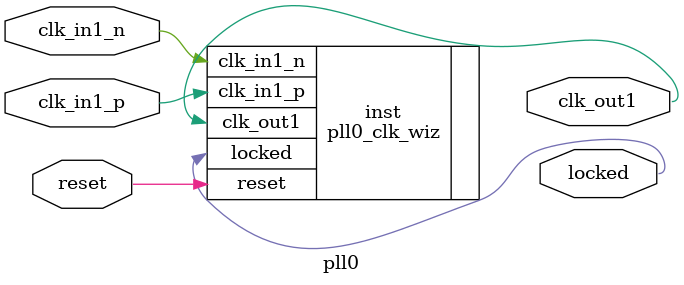
<source format=v>


`timescale 1ps/1ps

(* CORE_GENERATION_INFO = "pll0,clk_wiz_v6_0_9_0_0,{component_name=pll0,use_phase_alignment=false,use_min_o_jitter=false,use_max_i_jitter=false,use_dyn_phase_shift=false,use_inclk_switchover=false,use_dyn_reconfig=false,enable_axi=0,feedback_source=FDBK_AUTO,PRIMITIVE=MMCM,num_out_clk=1,clkin1_period=5.000,clkin2_period=10.0,use_power_down=false,use_reset=true,use_locked=true,use_inclk_stopped=false,feedback_type=SINGLE,CLOCK_MGR_TYPE=NA,manual_override=false}" *)

module pll0 
 (
  // Clock out ports
  output        clk_out1,
  // Status and control signals
  input         reset,
  output        locked,
 // Clock in ports
  input         clk_in1_p,
  input         clk_in1_n
 );

  pll0_clk_wiz inst
  (
  // Clock out ports  
  .clk_out1(clk_out1),
  // Status and control signals               
  .reset(reset), 
  .locked(locked),
 // Clock in ports
  .clk_in1_p(clk_in1_p),
  .clk_in1_n(clk_in1_n)
  );

endmodule

</source>
